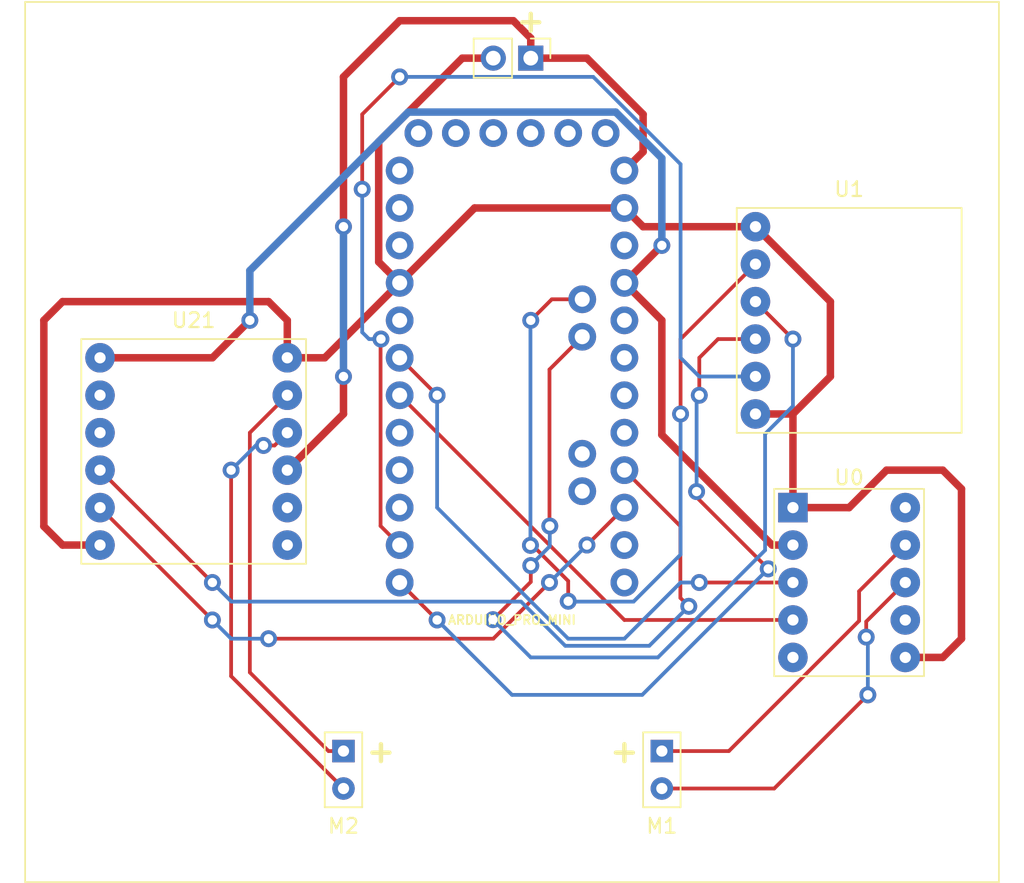
<source format=kicad_pcb>
(kicad_pcb (version 20171130) (host pcbnew "(5.1.5)-3")

  (general
    (thickness 1.6)
    (drawings 7)
    (tracks 185)
    (zones 0)
    (modules 11)
    (nets 39)
  )

  (page A4)
  (layers
    (0 F.Cu signal)
    (31 B.Cu signal)
    (32 B.Adhes user)
    (33 F.Adhes user)
    (34 B.Paste user)
    (35 F.Paste user)
    (36 B.SilkS user)
    (37 F.SilkS user)
    (38 B.Mask user)
    (39 F.Mask user)
    (40 Dwgs.User user)
    (41 Cmts.User user)
    (42 Eco1.User user)
    (43 Eco2.User user)
    (44 Edge.Cuts user)
    (45 Margin user)
    (46 B.CrtYd user)
    (47 F.CrtYd user)
    (48 B.Fab user)
    (49 F.Fab user)
  )

  (setup
    (last_trace_width 0.508)
    (user_trace_width 0.254)
    (user_trace_width 0.508)
    (trace_clearance 0.2286)
    (zone_clearance 0.508)
    (zone_45_only no)
    (trace_min 0.2)
    (via_size 1.143)
    (via_drill 0.635)
    (via_min_size 0.4)
    (via_min_drill 0.3)
    (user_via 1.016 0.508)
    (uvia_size 0.3)
    (uvia_drill 0.1)
    (uvias_allowed no)
    (uvia_min_size 0.2)
    (uvia_min_drill 0.1)
    (edge_width 0.05)
    (segment_width 0.2)
    (pcb_text_width 0.3)
    (pcb_text_size 1.5 1.5)
    (mod_edge_width 0.12)
    (mod_text_size 1 1)
    (mod_text_width 0.15)
    (pad_size 1.7 1.7)
    (pad_drill 1)
    (pad_to_mask_clearance 0.051)
    (solder_mask_min_width 0.25)
    (aux_axis_origin 0 0)
    (visible_elements 7FFFFFFF)
    (pcbplotparams
      (layerselection 0x010fc_ffffffff)
      (usegerberextensions false)
      (usegerberattributes false)
      (usegerberadvancedattributes false)
      (creategerberjobfile false)
      (excludeedgelayer true)
      (linewidth 0.100000)
      (plotframeref false)
      (viasonmask false)
      (mode 1)
      (useauxorigin false)
      (hpglpennumber 1)
      (hpglpenspeed 20)
      (hpglpendiameter 15.000000)
      (psnegative false)
      (psa4output false)
      (plotreference true)
      (plotvalue true)
      (plotinvisibletext false)
      (padsonsilk false)
      (subtractmaskfromsilk false)
      (outputformat 1)
      (mirror false)
      (drillshape 1)
      (scaleselection 1)
      (outputdirectory ""))
  )

  (net 0 "")
  (net 1 "Net-(B1-PadA7)")
  (net 2 "Net-(B1-PadA6)")
  (net 3 "Net-(B1-PadA5)")
  (net 4 "Net-(B1-PadA4)")
  (net 5 "Net-(B1-Pad22)")
  (net 6 "Net-(B1-Pad20)")
  (net 7 "Net-(B1-Pad19)")
  (net 8 "Net-(B1-Pad18)")
  (net 9 "Net-(B1-Pad17)")
  (net 10 "Net-(B1-Pad16)")
  (net 11 "Net-(B1-Pad15)")
  (net 12 "Net-(B1-Pad14)")
  (net 13 "Net-(B1-Pad13)")
  (net 14 "Net-(B1-Pad12)")
  (net 15 "Net-(B1-Pad11)")
  (net 16 "Net-(B1-Pad10)")
  (net 17 "Net-(B1-Pad9)")
  (net 18 "Net-(B1-Pad8)")
  (net 19 "Net-(B1-Pad5)")
  (net 20 "Net-(B1-Pad3)")
  (net 21 "Net-(B1-Pad2)")
  (net 22 "Net-(B1-Pad1)")
  (net 23 /D4Phase)
  (net 24 /D3En)
  (net 25 GND)
  (net 26 VCC)
  (net 27 "Net-(U0-Pad5)")
  (net 28 "Net-(M1-Pad2)")
  (net 29 "Net-(M1-Pad1)")
  (net 30 "Net-(U21-Pad2)")
  (net 31 "Net-(U21-Pad3)")
  (net 32 "Net-(U21-Pad7)")
  (net 33 "Net-(U21-Pad8)")
  (net 34 "Net-(M2-Pad2)")
  (net 35 "Net-(M2-Pad1)")
  (net 36 "Net-(U0-Pad10)")
  (net 37 /Raw-6V)
  (net 38 "Net-(U0-Pad7)")

  (net_class Default "This is the default net class."
    (clearance 0.2286)
    (trace_width 0.254)
    (via_dia 1.143)
    (via_drill 0.635)
    (uvia_dia 0.3)
    (uvia_drill 0.1)
    (diff_pair_width 0.254)
    (diff_pair_gap 0.25)
    (add_net /D3En)
    (add_net /D4Phase)
    (add_net /Raw-6V)
    (add_net GND)
    (add_net "Net-(B1-Pad1)")
    (add_net "Net-(B1-Pad10)")
    (add_net "Net-(B1-Pad11)")
    (add_net "Net-(B1-Pad12)")
    (add_net "Net-(B1-Pad13)")
    (add_net "Net-(B1-Pad14)")
    (add_net "Net-(B1-Pad15)")
    (add_net "Net-(B1-Pad16)")
    (add_net "Net-(B1-Pad17)")
    (add_net "Net-(B1-Pad18)")
    (add_net "Net-(B1-Pad19)")
    (add_net "Net-(B1-Pad2)")
    (add_net "Net-(B1-Pad20)")
    (add_net "Net-(B1-Pad22)")
    (add_net "Net-(B1-Pad3)")
    (add_net "Net-(B1-Pad5)")
    (add_net "Net-(B1-Pad8)")
    (add_net "Net-(B1-Pad9)")
    (add_net "Net-(B1-PadA4)")
    (add_net "Net-(B1-PadA5)")
    (add_net "Net-(B1-PadA6)")
    (add_net "Net-(B1-PadA7)")
    (add_net "Net-(M1-Pad1)")
    (add_net "Net-(M1-Pad2)")
    (add_net "Net-(M2-Pad1)")
    (add_net "Net-(M2-Pad2)")
    (add_net "Net-(U0-Pad10)")
    (add_net "Net-(U0-Pad5)")
    (add_net "Net-(U0-Pad7)")
    (add_net "Net-(U21-Pad2)")
    (add_net "Net-(U21-Pad3)")
    (add_net "Net-(U21-Pad7)")
    (add_net "Net-(U21-Pad8)")
    (add_net VCC)
  )

  (module Connector_PinHeader_2.54mm:PinHeader_1x02_P2.54mm_Vertical (layer F.Cu) (tedit 600E7E7C) (tstamp 600EE21C)
    (at 105.41 46.99 270)
    (descr "Through hole straight pin header, 1x02, 2.54mm pitch, single row")
    (tags "Through hole pin header THT 1x02 2.54mm single row")
    (fp_text reference R (at 2.54 0 180) (layer F.SilkS) hide
      (effects (font (size 1 1) (thickness 0.15)))
    )
    (fp_text value PinHeader_1x02_P2.54mm_Vertical (at -2.54 0 180) (layer F.Fab)
      (effects (font (size 1 1) (thickness 0.15)))
    )
    (fp_text user %R (at 2.54 1.27) (layer F.Fab) hide
      (effects (font (size 1 1) (thickness 0.15)))
    )
    (fp_line (start 1.8 -1.8) (end -1.8 -1.8) (layer F.CrtYd) (width 0.05))
    (fp_line (start 1.8 4.35) (end 1.8 -1.8) (layer F.CrtYd) (width 0.05))
    (fp_line (start -1.8 4.35) (end 1.8 4.35) (layer F.CrtYd) (width 0.05))
    (fp_line (start -1.8 -1.8) (end -1.8 4.35) (layer F.CrtYd) (width 0.05))
    (fp_line (start -1.33 -1.33) (end 0 -1.33) (layer F.SilkS) (width 0.12))
    (fp_line (start -1.33 0) (end -1.33 -1.33) (layer F.SilkS) (width 0.12))
    (fp_line (start -1.33 1.27) (end 1.33 1.27) (layer F.SilkS) (width 0.12))
    (fp_line (start 1.33 1.27) (end 1.33 3.87) (layer F.SilkS) (width 0.12))
    (fp_line (start -1.33 1.27) (end -1.33 3.87) (layer F.SilkS) (width 0.12))
    (fp_line (start -1.33 3.87) (end 1.33 3.87) (layer F.SilkS) (width 0.12))
    (fp_line (start -1.27 -0.635) (end -0.635 -1.27) (layer F.Fab) (width 0.1))
    (fp_line (start -1.27 3.81) (end -1.27 -0.635) (layer F.Fab) (width 0.1))
    (fp_line (start 1.27 3.81) (end -1.27 3.81) (layer F.Fab) (width 0.1))
    (fp_line (start 1.27 -1.27) (end 1.27 3.81) (layer F.Fab) (width 0.1))
    (fp_line (start -0.635 -1.27) (end 1.27 -1.27) (layer F.Fab) (width 0.1))
    (pad 2 thru_hole oval (at 0 2.54 270) (size 1.7 1.7) (drill 1) (layers *.Cu *.Mask)
      (net 25 GND))
    (pad 1 thru_hole rect (at 0 0 270) (size 1.7 1.7) (drill 1) (layers *.Cu *.Mask)
      (net 37 /Raw-6V))
    (model ${KISYS3DMOD}/Connector_PinHeader_2.54mm.3dshapes/PinHeader_1x02_P2.54mm_Vertical.wrl
      (at (xyz 0 0 0))
      (scale (xyz 1 1 1))
      (rotate (xyz 0 0 0))
    )
  )

  (module Microfluids:DC-Motor (layer F.Cu) (tedit 600E6E2C) (tstamp 600ED9E2)
    (at 91.44 92.71)
    (path /6000710E)
    (fp_text reference M2 (at 1.27 6.35) (layer F.SilkS)
      (effects (font (size 1 1) (thickness 0.15)))
    )
    (fp_text value Motor_DC (at 1.27 -1.27) (layer F.Fab)
      (effects (font (size 1 1) (thickness 0.15)))
    )
    (fp_line (start 2.54 5.08) (end 2.54 0) (layer F.SilkS) (width 0.12))
    (fp_line (start 0 5.08) (end 2.54 5.08) (layer F.SilkS) (width 0.12))
    (fp_line (start 0 0) (end 0 5.08) (layer F.SilkS) (width 0.12))
    (fp_line (start 2.54 0) (end 0 0) (layer F.SilkS) (width 0.12))
    (pad 2 thru_hole circle (at 1.27 3.81) (size 1.524 1.524) (drill 0.762) (layers *.Cu *.Mask)
      (net 34 "Net-(M2-Pad2)"))
    (pad 1 thru_hole rect (at 1.27 1.27) (size 1.524 1.524) (drill 0.762) (layers *.Cu *.Mask)
      (net 35 "Net-(M2-Pad1)"))
  )

  (module Microfluids:DC-Motor (layer F.Cu) (tedit 600E6E2C) (tstamp 600EC3F1)
    (at 113.03 92.71)
    (path /6001A918)
    (fp_text reference M1 (at 1.27 6.35) (layer F.SilkS)
      (effects (font (size 1 1) (thickness 0.15)))
    )
    (fp_text value Motor_DC (at 1.27 -1.27) (layer F.Fab)
      (effects (font (size 1 1) (thickness 0.15)))
    )
    (fp_line (start 2.54 5.08) (end 2.54 0) (layer F.SilkS) (width 0.12))
    (fp_line (start 0 5.08) (end 2.54 5.08) (layer F.SilkS) (width 0.12))
    (fp_line (start 0 0) (end 0 5.08) (layer F.SilkS) (width 0.12))
    (fp_line (start 2.54 0) (end 0 0) (layer F.SilkS) (width 0.12))
    (pad 2 thru_hole circle (at 1.27 3.81) (size 1.524 1.524) (drill 0.762) (layers *.Cu *.Mask)
      (net 28 "Net-(M1-Pad2)"))
    (pad 1 thru_hole rect (at 1.27 1.27) (size 1.524 1.524) (drill 0.762) (layers *.Cu *.Mask)
      (net 29 "Net-(M1-Pad1)"))
  )

  (module Microfluids:DRV8801-SpinChip (layer F.Cu) (tedit 600685F0) (tstamp 6007D344)
    (at 74.93 66.04)
    (path /5FFF2ADA)
    (fp_text reference U21 (at 7.62 -1.27) (layer F.SilkS)
      (effects (font (size 1 1) (thickness 0.15)))
    )
    (fp_text value PololuDRV8801 (at 7.62 16.51) (layer F.Fab)
      (effects (font (size 1 1) (thickness 0.15)))
    )
    (fp_line (start 0 15.24) (end 15.24 15.24) (layer F.SilkS) (width 0.12))
    (fp_line (start 15.24 0) (end 15.24 15.24) (layer F.SilkS) (width 0.12))
    (fp_line (start 0 0) (end 0 15.24) (layer F.SilkS) (width 0.12))
    (fp_line (start 0 0) (end 15.24 0) (layer F.SilkS) (width 0.12))
    (pad 1 thru_hole circle (at 1.27 1.27) (size 2 2) (drill 0.762) (layers *.Cu *.Mask)
      (net 26 VCC))
    (pad 2 thru_hole circle (at 1.27 3.81) (size 2 2) (drill 0.762) (layers *.Cu *.Mask)
      (net 30 "Net-(U21-Pad2)"))
    (pad 3 thru_hole circle (at 1.27 6.35) (size 2 2) (drill 0.762) (layers *.Cu *.Mask)
      (net 31 "Net-(U21-Pad3)"))
    (pad 4 thru_hole circle (at 1.27 8.89) (size 2 2) (drill 0.762) (layers *.Cu *.Mask)
      (net 10 "Net-(B1-Pad16)"))
    (pad 5 thru_hole circle (at 1.27 11.43) (size 2 2) (drill 0.762) (layers *.Cu *.Mask)
      (net 11 "Net-(B1-Pad15)"))
    (pad 6 thru_hole circle (at 1.27 13.97) (size 2 2) (drill 0.762) (layers *.Cu *.Mask)
      (net 25 GND))
    (pad 7 thru_hole circle (at 13.97 13.97) (size 2 2) (drill 0.762) (layers *.Cu *.Mask)
      (net 32 "Net-(U21-Pad7)"))
    (pad 8 thru_hole circle (at 13.97 11.43) (size 2 2) (drill 0.762) (layers *.Cu *.Mask)
      (net 33 "Net-(U21-Pad8)"))
    (pad 9 thru_hole circle (at 13.97 8.89) (size 2 2) (drill 0.762) (layers *.Cu *.Mask)
      (net 37 /Raw-6V))
    (pad 10 thru_hole circle (at 13.97 6.35) (size 2 2) (drill 0.762) (layers *.Cu *.Mask)
      (net 34 "Net-(M2-Pad2)"))
    (pad 11 thru_hole circle (at 13.97 3.81) (size 2 2) (drill 0.762) (layers *.Cu *.Mask)
      (net 35 "Net-(M2-Pad1)"))
    (pad 12 thru_hole circle (at 13.97 1.27) (size 2 2) (drill 0.762) (layers *.Cu *.Mask)
      (net 25 GND))
  )

  (module "Microfluids:Accel - MMA8452Q" (layer F.Cu) (tedit 60068021) (tstamp 6007D330)
    (at 119.38 57.15)
    (path /5FFEFE7E)
    (fp_text reference U1 (at 7.62 -1.27) (layer F.SilkS)
      (effects (font (size 1 1) (thickness 0.15)))
    )
    (fp_text value MMA8452Q (at 7.62 16.51) (layer F.Fab)
      (effects (font (size 1 1) (thickness 0.15)))
    )
    (fp_line (start 2.54 0) (end 2.54 15.24) (layer F.Fab) (width 0.12))
    (fp_line (start 0 0) (end 15.25 0) (layer F.SilkS) (width 0.12))
    (fp_line (start 0 0) (end 0 15.25) (layer F.SilkS) (width 0.12))
    (fp_line (start 0 15.25) (end 15.25 15.25) (layer F.SilkS) (width 0.12))
    (fp_line (start 15.25 0) (end 15.25 15.25) (layer F.SilkS) (width 0.12))
    (pad 1 thru_hole circle (at 1.27 1.27) (size 2 2) (drill 0.762) (layers *.Cu *.Mask)
      (net 25 GND))
    (pad 2 thru_hole circle (at 1.27 3.81) (size 2 2) (drill 0.762) (layers *.Cu *.Mask)
      (net 3 "Net-(B1-PadA5)"))
    (pad 3 thru_hole circle (at 1.27 6.35) (size 2 2) (drill 0.762) (layers *.Cu *.Mask)
      (net 4 "Net-(B1-PadA4)"))
    (pad 4 thru_hole circle (at 1.27 8.89) (size 2 2) (drill 0.762) (layers *.Cu *.Mask)
      (net 14 "Net-(B1-Pad12)"))
    (pad 5 thru_hole circle (at 1.27 11.43) (size 2 2) (drill 0.762) (layers *.Cu *.Mask)
      (net 15 "Net-(B1-Pad11)"))
    (pad 6 thru_hole circle (at 1.27 13.97) (size 2 2) (drill 0.762) (layers *.Cu *.Mask)
      (net 25 GND))
  )

  (module Microfluids:DRV8838-MotorDriv (layer F.Cu) (tedit 60068ACD) (tstamp 6007D5F6)
    (at 121.92 76.2)
    (path /5FFF6850)
    (fp_text reference U0 (at 5.08 -0.77) (layer F.SilkS)
      (effects (font (size 1 1) (thickness 0.15)))
    )
    (fp_text value PololuDRV8838 (at 5.08 13.97) (layer F.Fab)
      (effects (font (size 1 1) (thickness 0.15)))
    )
    (fp_line (start 10.16 0) (end 10.16 12.7) (layer F.SilkS) (width 0.12))
    (fp_line (start 10.16 12.7) (end 0 12.7) (layer F.SilkS) (width 0.12))
    (fp_line (start 0 0) (end 10.16 0) (layer F.SilkS) (width 0.12))
    (fp_line (start 0 0) (end 0 12.7) (layer F.SilkS) (width 0.12))
    (pad 1 thru_hole rect (at 1.27 1.27) (size 2 2) (drill 0.762) (layers *.Cu *.Mask)
      (net 25 GND))
    (pad 2 thru_hole circle (at 1.27 3.81) (size 2 2) (drill 0.762) (layers *.Cu *.Mask)
      (net 26 VCC))
    (pad 3 thru_hole circle (at 1.27 6.35) (size 2 2) (drill 0.762) (layers *.Cu *.Mask)
      (net 24 /D3En))
    (pad 4 thru_hole circle (at 1.27 8.89) (size 2 2) (drill 0.762) (layers *.Cu *.Mask)
      (net 23 /D4Phase))
    (pad 5 thru_hole circle (at 1.27 11.43) (size 2 2) (drill 0.762) (layers *.Cu *.Mask)
      (net 27 "Net-(U0-Pad5)"))
    (pad 6 thru_hole circle (at 8.89 11.43) (size 2 2) (drill 0.762) (layers *.Cu *.Mask)
      (net 25 GND))
    (pad 7 thru_hole circle (at 8.89 8.89) (size 2 2) (drill 0.762) (layers *.Cu *.Mask)
      (net 38 "Net-(U0-Pad7)"))
    (pad 8 thru_hole circle (at 8.89 6.35) (size 2 2) (drill 0.762) (layers *.Cu *.Mask)
      (net 28 "Net-(M1-Pad2)"))
    (pad 9 thru_hole circle (at 8.89 3.81) (size 2 2) (drill 0.762) (layers *.Cu *.Mask)
      (net 29 "Net-(M1-Pad1)"))
    (pad 10 thru_hole circle (at 8.89 1.27) (size 2 2) (drill 0.762) (layers *.Cu *.Mask)
      (net 36 "Net-(U0-Pad10)"))
  )

  (module MountingHole:MountingHole_3.5mm (layer F.Cu) (tedit 56D1B4CB) (tstamp 6007CA9B)
    (at 77.47 96.52)
    (descr "Mounting Hole 3.5mm, no annular")
    (tags "mounting hole 3.5mm no annular")
    (attr virtual)
    (fp_text reference REF** (at 0 -4.5) (layer F.SilkS) hide
      (effects (font (size 1 1) (thickness 0.15)))
    )
    (fp_text value MountingHole_3.5mm (at 0 4.5) (layer F.Fab)
      (effects (font (size 1 1) (thickness 0.15)))
    )
    (fp_circle (center 0 0) (end 3.75 0) (layer F.CrtYd) (width 0.05))
    (fp_circle (center 0 0) (end 3.5 0) (layer Cmts.User) (width 0.15))
    (fp_text user %R (at 0 0) (layer F.Fab)
      (effects (font (size 1 1) (thickness 0.15)))
    )
    (pad 1 np_thru_hole circle (at 0 0) (size 3.5 3.5) (drill 3.5) (layers *.Cu *.Mask))
  )

  (module MountingHole:MountingHole_3.5mm (layer F.Cu) (tedit 56D1B4CB) (tstamp 6007CC0F)
    (at 130.81 96.52)
    (descr "Mounting Hole 3.5mm, no annular")
    (tags "mounting hole 3.5mm no annular")
    (attr virtual)
    (fp_text reference REF** (at 0 -4.5) (layer F.SilkS) hide
      (effects (font (size 1 1) (thickness 0.15)))
    )
    (fp_text value MountingHole_3.5mm (at 0 4.5) (layer F.Fab)
      (effects (font (size 1 1) (thickness 0.15)))
    )
    (fp_circle (center 0 0) (end 3.75 0) (layer F.CrtYd) (width 0.05))
    (fp_circle (center 0 0) (end 3.5 0) (layer Cmts.User) (width 0.15))
    (fp_text user %R (at 0.3 0) (layer F.Fab)
      (effects (font (size 1 1) (thickness 0.15)))
    )
    (pad 1 np_thru_hole circle (at 0 0) (size 3.5 3.5) (drill 3.5) (layers *.Cu *.Mask))
  )

  (module MountingHole:MountingHole_3.5mm (layer F.Cu) (tedit 56D1B4CB) (tstamp 6007CA5A)
    (at 130.81 49.53)
    (descr "Mounting Hole 3.5mm, no annular")
    (tags "mounting hole 3.5mm no annular")
    (attr virtual)
    (fp_text reference REF** (at 0 -4.5) (layer F.SilkS) hide
      (effects (font (size 1 1) (thickness 0.15)))
    )
    (fp_text value MountingHole_3.5mm (at 0 4.5) (layer F.Fab)
      (effects (font (size 1 1) (thickness 0.15)))
    )
    (fp_circle (center 0 0) (end 3.75 0) (layer F.CrtYd) (width 0.05))
    (fp_circle (center 0 0) (end 3.5 0) (layer Cmts.User) (width 0.15))
    (fp_text user %R (at 0.3 0) (layer F.Fab)
      (effects (font (size 1 1) (thickness 0.15)))
    )
    (pad 1 np_thru_hole circle (at 0 0) (size 3.5 3.5) (drill 3.5) (layers *.Cu *.Mask))
  )

  (module MountingHole:MountingHole_3.5mm (layer F.Cu) (tedit 56D1B4CB) (tstamp 6007CB64)
    (at 77.47 49.53)
    (descr "Mounting Hole 3.5mm, no annular")
    (tags "mounting hole 3.5mm no annular")
    (attr virtual)
    (fp_text reference REF** (at 0 -4.5) (layer F.SilkS) hide
      (effects (font (size 1 1) (thickness 0.15)))
    )
    (fp_text value MountingHole_3.5mm (at 0 4.5) (layer F.Fab)
      (effects (font (size 1 1) (thickness 0.15)))
    )
    (fp_circle (center 0 0) (end 3.75 0) (layer F.CrtYd) (width 0.05))
    (fp_circle (center 0 0) (end 3.5 0) (layer Cmts.User) (width 0.15))
    (fp_text user %R (at 0.3 0) (layer F.Fab)
      (effects (font (size 1 1) (thickness 0.15)))
    )
    (pad 1 np_thru_hole circle (at 0 0) (size 3.5 3.5) (drill 3.5) (layers *.Cu *.Mask))
  )

  (module Boards:ARDUINO_PRO_MINI (layer F.Cu) (tedit 200000) (tstamp 600ED8F8)
    (at 104.14 67.31)
    (descr "ARDUINO PRO MINI FOOTPRINT")
    (tags "ARDUINO PRO MINI FOOTPRINT")
    (path /5FFE7CFC)
    (attr virtual)
    (fp_text reference B1 (at 0 -12.7) (layer F.SilkS) hide
      (effects (font (size 0.6096 0.6096) (thickness 0.127)))
    )
    (fp_text value ARDUINO_PRO_MINI (at 0 17.78) (layer F.SilkS)
      (effects (font (size 0.6096 0.6096) (thickness 0.127)))
    )
    (fp_line (start 8.89 -16.51) (end -8.89 -16.51) (layer Dwgs.User) (width 0.127))
    (fp_line (start 8.89 16.51) (end 8.89 -16.51) (layer Dwgs.User) (width 0.127))
    (fp_line (start -8.89 16.51) (end 8.89 16.51) (layer Dwgs.User) (width 0.127))
    (fp_line (start -8.89 -16.51) (end -8.89 16.51) (layer Dwgs.User) (width 0.127))
    (pad VCC thru_hole circle (at -1.27 -15.24) (size 1.8796 1.8796) (drill 1.016) (layers *.Cu *.Mask)
      (solder_mask_margin 0.1016))
    (pad TXO thru_hole circle (at 3.81 -15.24) (size 1.8796 1.8796) (drill 1.016) (layers *.Cu *.Mask)
      (solder_mask_margin 0.1016))
    (pad RXI thru_hole circle (at 1.27 -15.24) (size 1.8796 1.8796) (drill 1.016) (layers *.Cu *.Mask)
      (solder_mask_margin 0.1016))
    (pad GRN thru_hole circle (at 6.35 -15.24) (size 1.8796 1.8796) (drill 1.016) (layers *.Cu *.Mask)
      (solder_mask_margin 0.1016))
    (pad GND thru_hole circle (at -3.81 -15.24) (size 1.8796 1.8796) (drill 1.016) (layers *.Cu *.Mask)
      (solder_mask_margin 0.1016))
    (pad BLK thru_hole circle (at -6.35 -15.24) (size 1.8796 1.8796) (drill 1.016) (layers *.Cu *.Mask)
      (solder_mask_margin 0.1016))
    (pad A7 thru_hole circle (at 4.7625 6.50748) (size 1.8796 1.8796) (drill 1.016) (layers *.Cu *.Mask)
      (net 1 "Net-(B1-PadA7)") (solder_mask_margin 0.1016))
    (pad A6 thru_hole circle (at 4.7625 9.04748) (size 1.8796 1.8796) (drill 1.016) (layers *.Cu *.Mask)
      (net 2 "Net-(B1-PadA6)") (solder_mask_margin 0.1016))
    (pad A5 thru_hole circle (at 4.7625 -3.96748) (size 1.8796 1.8796) (drill 1.016) (layers *.Cu *.Mask)
      (net 3 "Net-(B1-PadA5)") (solder_mask_margin 0.1016))
    (pad A4 thru_hole circle (at 4.7625 -1.42748) (size 1.8796 1.8796) (drill 1.016) (layers *.Cu *.Mask)
      (net 4 "Net-(B1-PadA4)") (solder_mask_margin 0.1016))
    (pad 24 thru_hole circle (at 7.62 -12.7) (size 1.8796 1.8796) (drill 1.016) (layers *.Cu *.Mask)
      (net 37 /Raw-6V) (solder_mask_margin 0.1016))
    (pad 23 thru_hole circle (at 7.62 -10.16) (size 1.8796 1.8796) (drill 1.016) (layers *.Cu *.Mask)
      (net 25 GND) (solder_mask_margin 0.1016))
    (pad 22 thru_hole circle (at 7.62 -7.62) (size 1.8796 1.8796) (drill 1.016) (layers *.Cu *.Mask)
      (net 5 "Net-(B1-Pad22)") (solder_mask_margin 0.1016))
    (pad 21 thru_hole circle (at 7.62 -5.08) (size 1.8796 1.8796) (drill 1.016) (layers *.Cu *.Mask)
      (net 26 VCC) (solder_mask_margin 0.1016))
    (pad 20 thru_hole circle (at 7.62 -2.54) (size 1.8796 1.8796) (drill 1.016) (layers *.Cu *.Mask)
      (net 6 "Net-(B1-Pad20)") (solder_mask_margin 0.1016))
    (pad 19 thru_hole circle (at 7.62 0) (size 1.8796 1.8796) (drill 1.016) (layers *.Cu *.Mask)
      (net 7 "Net-(B1-Pad19)") (solder_mask_margin 0.1016))
    (pad 18 thru_hole circle (at 7.62 2.54) (size 1.8796 1.8796) (drill 1.016) (layers *.Cu *.Mask)
      (net 8 "Net-(B1-Pad18)") (solder_mask_margin 0.1016))
    (pad 17 thru_hole circle (at 7.62 5.08) (size 1.8796 1.8796) (drill 1.016) (layers *.Cu *.Mask)
      (net 9 "Net-(B1-Pad17)") (solder_mask_margin 0.1016))
    (pad 16 thru_hole circle (at 7.62 7.62) (size 1.8796 1.8796) (drill 1.016) (layers *.Cu *.Mask)
      (net 10 "Net-(B1-Pad16)") (solder_mask_margin 0.1016))
    (pad 15 thru_hole circle (at 7.62 10.16) (size 1.8796 1.8796) (drill 1.016) (layers *.Cu *.Mask)
      (net 11 "Net-(B1-Pad15)") (solder_mask_margin 0.1016))
    (pad 14 thru_hole circle (at 7.62 12.7) (size 1.8796 1.8796) (drill 1.016) (layers *.Cu *.Mask)
      (net 12 "Net-(B1-Pad14)") (solder_mask_margin 0.1016))
    (pad 13 thru_hole circle (at 7.62 15.24) (size 1.8796 1.8796) (drill 1.016) (layers *.Cu *.Mask)
      (net 13 "Net-(B1-Pad13)") (solder_mask_margin 0.1016))
    (pad 12 thru_hole circle (at -7.62 15.24) (size 1.8796 1.8796) (drill 1.016) (layers *.Cu *.Mask)
      (net 14 "Net-(B1-Pad12)") (solder_mask_margin 0.1016))
    (pad 11 thru_hole circle (at -7.62 12.7) (size 1.8796 1.8796) (drill 1.016) (layers *.Cu *.Mask)
      (net 15 "Net-(B1-Pad11)") (solder_mask_margin 0.1016))
    (pad 10 thru_hole circle (at -7.62 10.16) (size 1.8796 1.8796) (drill 1.016) (layers *.Cu *.Mask)
      (net 16 "Net-(B1-Pad10)") (solder_mask_margin 0.1016))
    (pad 9 thru_hole circle (at -7.62 7.62) (size 1.8796 1.8796) (drill 1.016) (layers *.Cu *.Mask)
      (net 17 "Net-(B1-Pad9)") (solder_mask_margin 0.1016))
    (pad 8 thru_hole circle (at -7.62 5.08) (size 1.8796 1.8796) (drill 1.016) (layers *.Cu *.Mask)
      (net 18 "Net-(B1-Pad8)") (solder_mask_margin 0.1016))
    (pad 7 thru_hole circle (at -7.62 2.54) (size 1.8796 1.8796) (drill 1.016) (layers *.Cu *.Mask)
      (net 23 /D4Phase) (solder_mask_margin 0.1016))
    (pad 6 thru_hole circle (at -7.62 0) (size 1.8796 1.8796) (drill 1.016) (layers *.Cu *.Mask)
      (net 24 /D3En) (solder_mask_margin 0.1016))
    (pad 5 thru_hole circle (at -7.62 -2.54) (size 1.8796 1.8796) (drill 1.016) (layers *.Cu *.Mask)
      (net 19 "Net-(B1-Pad5)") (solder_mask_margin 0.1016))
    (pad 4 thru_hole circle (at -7.62 -5.08) (size 1.8796 1.8796) (drill 1.016) (layers *.Cu *.Mask)
      (net 25 GND) (solder_mask_margin 0.1016))
    (pad 3 thru_hole circle (at -7.62 -7.62) (size 1.8796 1.8796) (drill 1.016) (layers *.Cu *.Mask)
      (net 20 "Net-(B1-Pad3)") (solder_mask_margin 0.1016))
    (pad 2 thru_hole circle (at -7.62 -10.16) (size 1.8796 1.8796) (drill 1.016) (layers *.Cu *.Mask)
      (net 21 "Net-(B1-Pad2)") (solder_mask_margin 0.1016))
    (pad 1 thru_hole circle (at -7.62 -12.7) (size 1.8796 1.8796) (drill 1.016) (layers *.Cu *.Mask)
      (net 22 "Net-(B1-Pad1)") (solder_mask_margin 0.1016))
  )

  (gr_text + (at 105.41 44.45) (layer F.SilkS)
    (effects (font (size 1.5 1.5) (thickness 0.3)))
  )
  (gr_text + (at 111.76 93.98) (layer F.SilkS)
    (effects (font (size 1.5 1.5) (thickness 0.3)))
  )
  (gr_text + (at 95.25 93.98) (layer F.SilkS)
    (effects (font (size 1.5 1.5) (thickness 0.3)))
  )
  (gr_line (start 137.16 43.18) (end 71.12 43.18) (layer F.SilkS) (width 0.12))
  (gr_line (start 137.16 102.87) (end 137.16 43.18) (layer F.SilkS) (width 0.12))
  (gr_line (start 71.12 102.87) (end 137.16 102.87) (layer F.SilkS) (width 0.12))
  (gr_line (start 71.12 43.18) (end 71.12 102.87) (layer F.SilkS) (width 0.12))

  (segment (start 120.65 60.96) (end 115.57 66.04) (width 0.254) (layer F.Cu) (net 3))
  (via (at 115.57 71.12) (size 1.143) (drill 0.635) (layers F.Cu B.Cu) (net 3))
  (segment (start 115.57 66.04) (end 115.57 71.12) (width 0.254) (layer F.Cu) (net 3))
  (via (at 107.95 83.82) (size 1.143) (drill 0.635) (layers F.Cu B.Cu) (net 3))
  (segment (start 107.975401 83.845401) (end 107.95 83.82) (width 0.254) (layer B.Cu) (net 3))
  (segment (start 115.57 71.12) (end 115.57 80.657194) (width 0.254) (layer B.Cu) (net 3))
  (segment (start 112.381793 83.845401) (end 107.975401 83.845401) (width 0.254) (layer B.Cu) (net 3))
  (segment (start 115.57 80.657194) (end 112.381793 83.845401) (width 0.254) (layer B.Cu) (net 3))
  (via (at 105.389441 80.030559) (size 1.143) (drill 0.635) (layers F.Cu B.Cu) (net 3))
  (segment (start 105.532669 80.030559) (end 105.389441 80.030559) (width 0.254) (layer F.Cu) (net 3))
  (segment (start 107.95 83.82) (end 107.95 82.44789) (width 0.254) (layer F.Cu) (net 3))
  (segment (start 107.95 82.44789) (end 105.532669 80.030559) (width 0.254) (layer F.Cu) (net 3))
  (via (at 105.41 64.77) (size 1.143) (drill 0.635) (layers F.Cu B.Cu) (net 3))
  (segment (start 105.389441 80.030559) (end 105.389441 64.790559) (width 0.254) (layer B.Cu) (net 3))
  (segment (start 105.389441 64.790559) (end 105.41 64.77) (width 0.254) (layer B.Cu) (net 3))
  (segment (start 106.83748 63.34252) (end 108.9025 63.34252) (width 0.254) (layer F.Cu) (net 3))
  (segment (start 105.41 64.77) (end 106.83748 63.34252) (width 0.254) (layer F.Cu) (net 3))
  (segment (start 108.9025 65.88252) (end 106.68 68.10502) (width 0.254) (layer F.Cu) (net 4))
  (via (at 106.700559 78.719441) (size 1.143) (drill 0.635) (layers F.Cu B.Cu) (net 4))
  (segment (start 106.68 68.10502) (end 106.68 78.698882) (width 0.254) (layer F.Cu) (net 4))
  (segment (start 106.68 78.698882) (end 106.700559 78.719441) (width 0.254) (layer F.Cu) (net 4))
  (via (at 105.412007 81.401975) (size 1.143) (drill 0.635) (layers F.Cu B.Cu) (net 4))
  (segment (start 105.412007 81.380103) (end 105.412007 81.401975) (width 0.254) (layer B.Cu) (net 4))
  (segment (start 106.700559 78.719441) (end 106.700559 80.091551) (width 0.254) (layer B.Cu) (net 4))
  (segment (start 106.700559 80.091551) (end 105.412007 81.380103) (width 0.254) (layer B.Cu) (net 4))
  (via (at 102.849441 85.069441) (size 1.143) (drill 0.635) (layers F.Cu B.Cu) (net 4))
  (segment (start 105.412007 81.401975) (end 105.412007 82.506875) (width 0.254) (layer F.Cu) (net 4))
  (segment (start 105.412007 82.506875) (end 102.849441 85.069441) (width 0.254) (layer F.Cu) (net 4))
  (segment (start 102.849441 85.069441) (end 105.41 87.63) (width 0.254) (layer B.Cu) (net 4))
  (segment (start 114.032675 87.63) (end 121.300689 80.361986) (width 0.254) (layer B.Cu) (net 4))
  (via (at 123.19 66.04) (size 1.143) (drill 0.635) (layers F.Cu B.Cu) (net 4))
  (segment (start 121.300689 80.361986) (end 121.300689 72.475601) (width 0.254) (layer B.Cu) (net 4))
  (segment (start 121.300689 72.475601) (end 123.19 70.58629) (width 0.254) (layer B.Cu) (net 4))
  (segment (start 105.41 87.63) (end 114.032675 87.63) (width 0.254) (layer B.Cu) (net 4))
  (segment (start 123.19 70.58629) (end 123.19 66.04) (width 0.254) (layer B.Cu) (net 4))
  (segment (start 123.19 66.04) (end 120.65 63.5) (width 0.254) (layer F.Cu) (net 4))
  (segment (start 76.2 74.93) (end 82.55 81.28) (width 0.254) (layer F.Cu) (net 10))
  (via (at 83.82 82.55) (size 1.143) (drill 0.635) (layers F.Cu B.Cu) (net 10))
  (segment (start 82.55 81.28) (end 83.82 82.55) (width 0.254) (layer F.Cu) (net 10))
  (via (at 116.127665 84.1629) (size 1.143) (drill 0.635) (layers F.Cu B.Cu) (net 10))
  (segment (start 85.115401 83.845401) (end 104.752889 83.845401) (width 0.254) (layer B.Cu) (net 10))
  (segment (start 83.82 82.55) (end 85.115401 83.845401) (width 0.254) (layer B.Cu) (net 10))
  (segment (start 104.752889 83.845401) (end 107.750097 86.84261) (width 0.254) (layer B.Cu) (net 10))
  (segment (start 107.750097 86.84261) (end 113.447955 86.84261) (width 0.254) (layer B.Cu) (net 10))
  (segment (start 113.447955 86.84261) (end 116.127665 84.1629) (width 0.254) (layer B.Cu) (net 10))
  (segment (start 112.699799 75.869799) (end 111.76 74.93) (width 0.254) (layer F.Cu) (net 10))
  (segment (start 115.556166 78.726166) (end 112.699799 75.869799) (width 0.254) (layer F.Cu) (net 10))
  (segment (start 115.556166 83.591401) (end 115.556166 78.726166) (width 0.254) (layer F.Cu) (net 10))
  (segment (start 116.127665 84.1629) (end 115.556166 83.591401) (width 0.254) (layer F.Cu) (net 10))
  (via (at 83.82 85.09) (size 1.143) (drill 0.635) (layers F.Cu B.Cu) (net 11))
  (segment (start 76.2 77.47) (end 83.82 85.09) (width 0.254) (layer F.Cu) (net 11))
  (via (at 109.22 80.01) (size 1.143) (drill 0.635) (layers F.Cu B.Cu) (net 11))
  (segment (start 111.76 77.47) (end 109.22 80.01) (width 0.254) (layer F.Cu) (net 11))
  (via (at 106.68 82.55) (size 1.143) (drill 0.635) (layers F.Cu B.Cu) (net 11))
  (segment (start 109.22 80.01) (end 106.68 82.55) (width 0.254) (layer B.Cu) (net 11))
  (via (at 87.63 86.36) (size 1.143) (drill 0.635) (layers F.Cu B.Cu) (net 11))
  (segment (start 106.68 82.55) (end 102.87 86.36) (width 0.254) (layer F.Cu) (net 11))
  (segment (start 102.87 86.36) (end 87.63 86.36) (width 0.254) (layer F.Cu) (net 11))
  (segment (start 85.09 86.36) (end 83.82 85.09) (width 0.254) (layer B.Cu) (net 11))
  (segment (start 87.63 86.36) (end 85.09 86.36) (width 0.254) (layer B.Cu) (net 11))
  (via (at 99.06 85.09) (size 1.143) (drill 0.635) (layers F.Cu B.Cu) (net 14))
  (segment (start 96.52 82.55) (end 99.06 85.09) (width 0.254) (layer F.Cu) (net 14))
  (segment (start 99.06 85.09) (end 104.14 90.17) (width 0.254) (layer B.Cu) (net 14))
  (via (at 121.515573 81.6229) (size 1.143) (drill 0.635) (layers F.Cu B.Cu) (net 14))
  (segment (start 104.14 90.17) (end 112.968473 90.17) (width 0.254) (layer B.Cu) (net 14))
  (segment (start 112.968473 90.17) (end 121.515573 81.6229) (width 0.254) (layer B.Cu) (net 14))
  (via (at 116.657532 76.382468) (size 1.143) (drill 0.635) (layers F.Cu B.Cu) (net 14))
  (segment (start 121.515573 81.6229) (end 116.657532 76.764859) (width 0.254) (layer F.Cu) (net 14))
  (segment (start 116.657532 76.764859) (end 116.657532 76.382468) (width 0.254) (layer F.Cu) (net 14))
  (via (at 116.84 69.85) (size 1.143) (drill 0.635) (layers F.Cu B.Cu) (net 14))
  (segment (start 116.657532 76.382468) (end 116.657532 70.032468) (width 0.254) (layer B.Cu) (net 14))
  (segment (start 116.657532 70.032468) (end 116.84 69.85) (width 0.254) (layer B.Cu) (net 14))
  (segment (start 116.84 69.85) (end 116.84 67.31) (width 0.254) (layer F.Cu) (net 14))
  (segment (start 116.84 67.31) (end 118.11 66.04) (width 0.254) (layer F.Cu) (net 14))
  (segment (start 118.11 66.04) (end 120.65 66.04) (width 0.254) (layer F.Cu) (net 14))
  (via (at 95.25 66.04) (size 1.143) (drill 0.635) (layers F.Cu B.Cu) (net 15))
  (segment (start 95.224599 66.065401) (end 95.25 66.04) (width 0.254) (layer F.Cu) (net 15))
  (segment (start 96.52 80.01) (end 95.224599 78.714599) (width 0.254) (layer F.Cu) (net 15))
  (segment (start 95.224599 78.714599) (end 95.224599 66.065401) (width 0.254) (layer F.Cu) (net 15))
  (via (at 93.98 55.88) (size 1.143) (drill 0.635) (layers F.Cu B.Cu) (net 15))
  (segment (start 93.98 65.578223) (end 93.98 55.88) (width 0.254) (layer B.Cu) (net 15))
  (segment (start 95.25 66.04) (end 94.441777 66.04) (width 0.254) (layer B.Cu) (net 15))
  (segment (start 94.441777 66.04) (end 93.98 65.578223) (width 0.254) (layer B.Cu) (net 15))
  (segment (start 93.98 55.88) (end 93.98 50.8) (width 0.254) (layer F.Cu) (net 15))
  (via (at 96.52 48.26) (size 1.143) (drill 0.635) (layers F.Cu B.Cu) (net 15))
  (segment (start 93.98 50.8) (end 96.52 48.26) (width 0.254) (layer F.Cu) (net 15))
  (segment (start 115.57 67.31) (end 116.84 68.58) (width 0.254) (layer B.Cu) (net 15))
  (segment (start 115.57 54.182728) (end 115.57 67.31) (width 0.254) (layer B.Cu) (net 15))
  (segment (start 116.84 68.58) (end 120.65 68.58) (width 0.254) (layer B.Cu) (net 15))
  (segment (start 96.52 48.26) (end 109.647272 48.26) (width 0.254) (layer B.Cu) (net 15))
  (segment (start 109.647272 48.26) (end 115.57 54.182728) (width 0.254) (layer B.Cu) (net 15))
  (segment (start 111.76 85.09) (end 96.52 69.85) (width 0.254) (layer F.Cu) (net 23))
  (segment (start 123.19 85.09) (end 111.76 85.09) (width 0.254) (layer F.Cu) (net 23))
  (via (at 116.84 82.55) (size 1.143) (drill 0.635) (layers F.Cu B.Cu) (net 24))
  (segment (start 123.19 82.55) (end 116.84 82.55) (width 0.254) (layer F.Cu) (net 24))
  (via (at 99.06 69.85) (size 1.143) (drill 0.635) (layers F.Cu B.Cu) (net 24))
  (segment (start 99.06 69.85) (end 96.52 67.31) (width 0.254) (layer F.Cu) (net 24))
  (segment (start 115.57 82.55) (end 116.84 82.55) (width 0.254) (layer B.Cu) (net 24))
  (segment (start 111.76 86.36) (end 115.57 82.55) (width 0.254) (layer B.Cu) (net 24))
  (segment (start 107.95 86.36) (end 111.76 86.36) (width 0.254) (layer B.Cu) (net 24))
  (segment (start 99.06 69.85) (end 99.06 77.47) (width 0.254) (layer B.Cu) (net 24))
  (segment (start 99.06 77.47) (end 107.95 86.36) (width 0.254) (layer B.Cu) (net 24))
  (segment (start 125.73 68.58) (end 123.19 71.12) (width 0.508) (layer F.Cu) (net 25))
  (segment (start 123.19 71.12) (end 120.65 71.12) (width 0.508) (layer F.Cu) (net 25))
  (segment (start 120.65 58.42) (end 125.73 63.5) (width 0.508) (layer F.Cu) (net 25))
  (segment (start 125.73 63.5) (end 125.73 68.58) (width 0.508) (layer F.Cu) (net 25))
  (segment (start 123.19 71.12) (end 123.19 77.47) (width 0.508) (layer F.Cu) (net 25))
  (segment (start 88.9 64.77) (end 88.9 67.31) (width 0.508) (layer F.Cu) (net 25))
  (segment (start 87.63 63.5) (end 88.9 64.77) (width 0.508) (layer F.Cu) (net 25))
  (segment (start 73.66 80.01) (end 72.39 78.74) (width 0.508) (layer F.Cu) (net 25))
  (segment (start 72.39 78.74) (end 72.39 64.77) (width 0.508) (layer F.Cu) (net 25))
  (segment (start 76.2 80.01) (end 73.66 80.01) (width 0.508) (layer F.Cu) (net 25))
  (segment (start 73.66 63.5) (end 87.63 63.5) (width 0.508) (layer F.Cu) (net 25))
  (segment (start 72.39 64.77) (end 73.66 63.5) (width 0.508) (layer F.Cu) (net 25))
  (segment (start 95.580201 61.290201) (end 96.52 62.23) (width 0.508) (layer F.Cu) (net 25))
  (segment (start 95.097599 60.807599) (end 95.580201 61.290201) (width 0.508) (layer F.Cu) (net 25))
  (segment (start 95.097599 52.657247) (end 95.097599 60.807599) (width 0.508) (layer F.Cu) (net 25))
  (segment (start 100.764846 46.99) (end 95.097599 52.657247) (width 0.508) (layer F.Cu) (net 25))
  (segment (start 102.87 46.99) (end 100.764846 46.99) (width 0.508) (layer F.Cu) (net 25))
  (segment (start 91.44 67.31) (end 96.52 62.23) (width 0.508) (layer F.Cu) (net 25))
  (segment (start 88.9 67.31) (end 91.44 67.31) (width 0.508) (layer F.Cu) (net 25))
  (segment (start 113.03 58.42) (end 111.76 57.15) (width 0.508) (layer F.Cu) (net 25))
  (segment (start 120.65 58.42) (end 113.03 58.42) (width 0.508) (layer F.Cu) (net 25))
  (segment (start 101.6 57.15) (end 96.52 62.23) (width 0.508) (layer F.Cu) (net 25))
  (segment (start 111.76 57.15) (end 101.6 57.15) (width 0.508) (layer F.Cu) (net 25))
  (segment (start 133.35 87.63) (end 130.81 87.63) (width 0.508) (layer F.Cu) (net 25))
  (segment (start 134.62 86.36) (end 133.35 87.63) (width 0.508) (layer F.Cu) (net 25))
  (segment (start 127 77.47) (end 129.54 74.93) (width 0.508) (layer F.Cu) (net 25))
  (segment (start 133.35 74.93) (end 134.62 76.2) (width 0.508) (layer F.Cu) (net 25))
  (segment (start 134.62 76.2) (end 134.62 86.36) (width 0.508) (layer F.Cu) (net 25))
  (segment (start 123.19 77.47) (end 127 77.47) (width 0.508) (layer F.Cu) (net 25))
  (segment (start 129.54 74.93) (end 133.35 74.93) (width 0.508) (layer F.Cu) (net 25))
  (segment (start 121.775787 80.01) (end 114.3 72.534213) (width 0.508) (layer F.Cu) (net 26))
  (segment (start 123.19 80.01) (end 121.775787 80.01) (width 0.508) (layer F.Cu) (net 26))
  (segment (start 114.3 64.77) (end 111.76 62.23) (width 0.508) (layer F.Cu) (net 26))
  (segment (start 114.3 72.534213) (end 114.3 64.77) (width 0.508) (layer F.Cu) (net 26))
  (segment (start 76.2 67.31) (end 83.82 67.31) (width 0.508) (layer F.Cu) (net 26))
  (via (at 86.36 64.77) (size 1.143) (drill 0.635) (layers F.Cu B.Cu) (net 26))
  (segment (start 83.82 67.31) (end 86.36 64.77) (width 0.508) (layer F.Cu) (net 26))
  (via (at 114.3 59.69) (size 1.143) (drill 0.635) (layers F.Cu B.Cu) (net 26))
  (segment (start 86.36 61.394846) (end 97.107247 50.647599) (width 0.508) (layer B.Cu) (net 26))
  (segment (start 86.36 64.77) (end 86.36 61.394846) (width 0.508) (layer B.Cu) (net 26))
  (segment (start 111.172753 50.647599) (end 114.3 53.774846) (width 0.508) (layer B.Cu) (net 26))
  (segment (start 97.107247 50.647599) (end 111.172753 50.647599) (width 0.508) (layer B.Cu) (net 26))
  (segment (start 114.3 53.774846) (end 114.3 59.69) (width 0.508) (layer B.Cu) (net 26))
  (segment (start 114.3 59.69) (end 111.76 62.23) (width 0.508) (layer F.Cu) (net 26))
  (segment (start 114.3 96.52) (end 121.92 96.52) (width 0.254) (layer F.Cu) (net 28))
  (via (at 128.27 90.17) (size 1.143) (drill 0.635) (layers F.Cu B.Cu) (net 28))
  (segment (start 121.92 96.52) (end 128.27 90.17) (width 0.254) (layer F.Cu) (net 28))
  (via (at 128.159638 86.249638) (size 1.143) (drill 0.635) (layers F.Cu B.Cu) (net 28))
  (segment (start 128.27 90.17) (end 128.27 86.36) (width 0.254) (layer B.Cu) (net 28))
  (segment (start 128.27 86.36) (end 128.159638 86.249638) (width 0.254) (layer B.Cu) (net 28))
  (segment (start 128.159638 85.200362) (end 130.81 82.55) (width 0.254) (layer F.Cu) (net 28))
  (segment (start 128.159638 86.249638) (end 128.159638 85.200362) (width 0.254) (layer F.Cu) (net 28))
  (segment (start 129.810001 81.009999) (end 130.81 80.01) (width 0.254) (layer F.Cu) (net 29))
  (segment (start 127.677028 85.149262) (end 127.677028 83.142972) (width 0.254) (layer F.Cu) (net 29))
  (segment (start 118.84629 93.98) (end 127.677028 85.149262) (width 0.254) (layer F.Cu) (net 29))
  (segment (start 127.677028 83.142972) (end 129.810001 81.009999) (width 0.254) (layer F.Cu) (net 29))
  (segment (start 114.3 93.98) (end 118.84629 93.98) (width 0.254) (layer F.Cu) (net 29))
  (via (at 85.09 74.93) (size 1.143) (drill 0.635) (layers F.Cu B.Cu) (net 34))
  (segment (start 92.71 96.52) (end 85.09 88.9) (width 0.254) (layer F.Cu) (net 34))
  (segment (start 85.09 88.9) (end 85.09 74.93) (width 0.254) (layer F.Cu) (net 34))
  (via (at 87.2871 73.255889) (size 1.143) (drill 0.635) (layers F.Cu B.Cu) (net 34))
  (segment (start 85.09 74.93) (end 86.764111 73.255889) (width 0.254) (layer B.Cu) (net 34))
  (segment (start 86.764111 73.255889) (end 87.2871 73.255889) (width 0.254) (layer B.Cu) (net 34))
  (segment (start 88.034111 73.255889) (end 88.9 72.39) (width 0.254) (layer F.Cu) (net 34))
  (segment (start 87.2871 73.255889) (end 88.034111 73.255889) (width 0.254) (layer F.Cu) (net 34))
  (segment (start 91.694 93.98) (end 86.36 88.646) (width 0.254) (layer F.Cu) (net 35))
  (segment (start 92.71 93.98) (end 91.694 93.98) (width 0.254) (layer F.Cu) (net 35))
  (segment (start 86.36 72.39) (end 88.9 69.85) (width 0.254) (layer F.Cu) (net 35))
  (segment (start 86.36 88.646) (end 86.36 72.39) (width 0.254) (layer F.Cu) (net 35))
  (segment (start 113.03 53.34) (end 111.76 54.61) (width 0.508) (layer F.Cu) (net 37))
  (segment (start 113.03 50.8) (end 113.03 53.34) (width 0.508) (layer F.Cu) (net 37))
  (segment (start 105.41 46.99) (end 109.22 46.99) (width 0.508) (layer F.Cu) (net 37))
  (segment (start 109.22 46.99) (end 113.03 50.8) (width 0.508) (layer F.Cu) (net 37))
  (via (at 92.71 68.58) (size 1.143) (drill 0.635) (layers F.Cu B.Cu) (net 37))
  (segment (start 88.9 74.93) (end 92.71 71.12) (width 0.508) (layer F.Cu) (net 37))
  (segment (start 92.71 71.12) (end 92.71 68.58) (width 0.508) (layer F.Cu) (net 37))
  (via (at 92.71 58.42) (size 1.143) (drill 0.635) (layers F.Cu B.Cu) (net 37))
  (segment (start 92.71 68.58) (end 92.71 58.42) (width 0.508) (layer B.Cu) (net 37))
  (segment (start 92.71 58.42) (end 92.71 48.26) (width 0.508) (layer F.Cu) (net 37))
  (segment (start 92.71 48.26) (end 96.52 44.45) (width 0.508) (layer F.Cu) (net 37))
  (segment (start 105.41 45.632) (end 105.41 46.99) (width 0.508) (layer F.Cu) (net 37))
  (segment (start 104.228 44.45) (end 105.41 45.632) (width 0.508) (layer F.Cu) (net 37))
  (segment (start 96.52 44.45) (end 104.228 44.45) (width 0.508) (layer F.Cu) (net 37))

)

</source>
